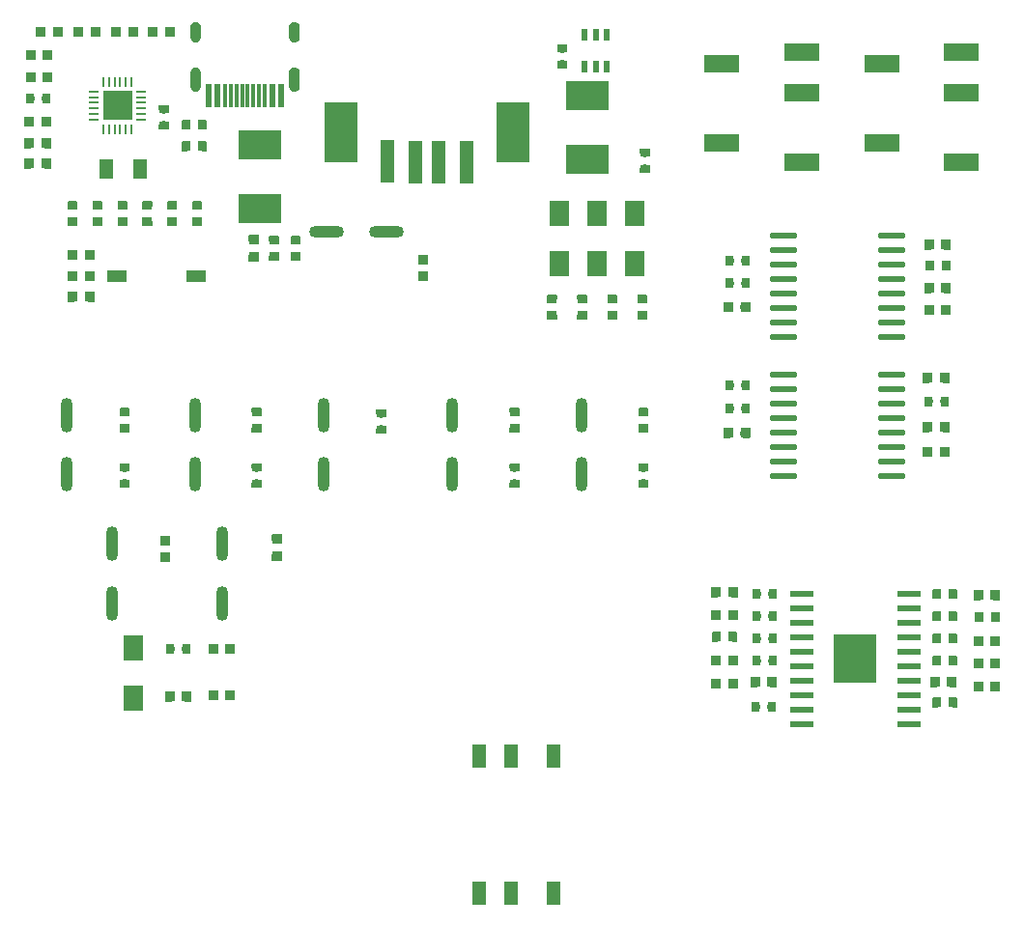
<source format=gtp>
G04*
G04 #@! TF.GenerationSoftware,Altium Limited,Altium Designer,20.2.6 (244)*
G04*
G04 Layer_Color=8421504*
%FSLAX24Y24*%
%MOIN*%
G70*
G04*
G04 #@! TF.SameCoordinates,F8AEF4A7-C5AA-40DC-9DAC-891B57281ED6*
G04*
G04*
G04 #@! TF.FilePolarity,Positive*
G04*
G01*
G75*
%ADD19R,0.0500X0.0800*%
%ADD20R,0.1200X0.0600*%
%ADD21R,0.0475X0.0670*%
%ADD22R,0.0354X0.0315*%
%ADD23R,0.0315X0.0354*%
%ADD24R,0.0318X0.0340*%
%ADD25O,0.0945X0.0226*%
%ADD26R,0.0472X0.1496*%
%ADD27R,0.1181X0.2087*%
%ADD28R,0.0320X0.0320*%
%ADD29R,0.0669X0.0860*%
%ADD30O,0.0400X0.1200*%
%ADD31R,0.1004X0.1004*%
%ADD32R,0.0110X0.0350*%
%ADD33R,0.0350X0.0110*%
%ADD34R,0.0340X0.0318*%
%ADD35R,0.1496X0.0984*%
%ADD36R,0.0236X0.0800*%
%ADD37R,0.0118X0.0800*%
%ADD38O,0.1200X0.0400*%
%ADD39R,0.0700X0.0400*%
%ADD40R,0.0217X0.0394*%
%ADD41R,0.1500X0.1701*%
%ADD42R,0.0787X0.0236*%
G36*
X28870Y34927D02*
Y34729D01*
X28754Y34621D01*
X28646D01*
X28530Y34729D01*
Y34927D01*
X28555Y34952D01*
X28845D01*
X28870Y34927D01*
D02*
G37*
G36*
Y34265D02*
Y34066D01*
X28845Y34041D01*
X28555D01*
X28530Y34066D01*
Y34265D01*
X28646Y34373D01*
X28754D01*
X28870Y34265D01*
D02*
G37*
G36*
X31105Y31195D02*
Y30905D01*
X31080Y30880D01*
X30882D01*
X30774Y30996D01*
Y31104D01*
X30882Y31220D01*
X31080D01*
X31105Y31195D01*
D02*
G37*
G36*
X30526Y31104D02*
Y30996D01*
X30418Y30880D01*
X30220D01*
X30195Y30905D01*
Y31195D01*
X30220Y31220D01*
X30418D01*
X30526Y31104D01*
D02*
G37*
G36*
X29574Y31195D02*
Y30905D01*
X29549Y30880D01*
X29433D01*
X29274Y30996D01*
Y31104D01*
X29433Y31220D01*
X29549D01*
X29574Y31195D01*
D02*
G37*
G36*
X29026Y31104D02*
Y30996D01*
X28867Y30880D01*
X28751D01*
X28726Y30905D01*
Y31195D01*
X28751Y31220D01*
X28867D01*
X29026Y31104D01*
D02*
G37*
G36*
X31105Y29595D02*
Y29305D01*
X31080Y29280D01*
X30882D01*
X30774Y29396D01*
Y29504D01*
X30882Y29620D01*
X31080D01*
X31105Y29595D01*
D02*
G37*
G36*
X30526Y29504D02*
Y29396D01*
X30418Y29280D01*
X30220D01*
X30195Y29305D01*
Y29595D01*
X30220Y29620D01*
X30418D01*
X30526Y29504D01*
D02*
G37*
G36*
X29605Y29545D02*
Y29255D01*
X29580Y29230D01*
X29382D01*
X29274Y29346D01*
Y29454D01*
X29382Y29570D01*
X29580D01*
X29605Y29545D01*
D02*
G37*
G36*
X29026Y29454D02*
Y29346D01*
X28918Y29230D01*
X28720D01*
X28695Y29255D01*
Y29545D01*
X28720Y29570D01*
X28918D01*
X29026Y29454D01*
D02*
G37*
G36*
X26252Y44795D02*
Y44505D01*
X26227Y44480D01*
X26029D01*
X25921Y44596D01*
Y44704D01*
X26029Y44820D01*
X26227D01*
X26252Y44795D01*
D02*
G37*
G36*
X25673Y44704D02*
Y44596D01*
X25565Y44480D01*
X25366D01*
X25341Y44505D01*
Y44795D01*
X25366Y44820D01*
X25565D01*
X25673Y44704D01*
D02*
G37*
G36*
X26252Y44070D02*
Y43780D01*
X26227Y43755D01*
X26029D01*
X25921Y43871D01*
Y43979D01*
X26029Y44095D01*
X26227D01*
X26252Y44070D01*
D02*
G37*
G36*
X25673Y43979D02*
Y43871D01*
X25565Y43755D01*
X25366D01*
X25341Y43780D01*
Y44070D01*
X25366Y44095D01*
X25565D01*
X25673Y43979D01*
D02*
G37*
G36*
X26252Y43345D02*
Y43055D01*
X26227Y43030D01*
X26029D01*
X25921Y43146D01*
Y43254D01*
X26029Y43370D01*
X26227D01*
X26252Y43345D01*
D02*
G37*
G36*
X25673Y43254D02*
Y43146D01*
X25565Y43030D01*
X25366D01*
X25341Y43055D01*
Y43345D01*
X25366Y43370D01*
X25565D01*
X25673Y43254D01*
D02*
G37*
G36*
X27470Y39349D02*
Y39233D01*
X27354Y39074D01*
X27246D01*
X27130Y39233D01*
Y39349D01*
X27155Y39374D01*
X27445D01*
X27470Y39349D01*
D02*
G37*
G36*
Y38667D02*
Y38551D01*
X27445Y38526D01*
X27155D01*
X27130Y38551D01*
Y38667D01*
X27246Y38826D01*
X27354D01*
X27470Y38667D01*
D02*
G37*
G36*
Y37426D02*
Y37310D01*
X27354Y37151D01*
X27246D01*
X27130Y37310D01*
Y37426D01*
X27155Y37452D01*
X27445D01*
X27470Y37426D01*
D02*
G37*
G36*
Y36745D02*
Y36628D01*
X27445Y36603D01*
X27155D01*
X27130Y36628D01*
Y36745D01*
X27246Y36903D01*
X27354D01*
X27470Y36745D01*
D02*
G37*
G36*
X32604Y34426D02*
X32496D01*
X32380Y34318D01*
Y34120D01*
X32405Y34095D01*
X32695D01*
X32720Y34120D01*
Y34318D01*
X32604Y34426D01*
D02*
G37*
G36*
Y34674D02*
X32496D01*
X32380Y34782D01*
Y34980D01*
X32405Y35005D01*
X32695D01*
X32720Y34980D01*
Y34782D01*
X32604Y34674D01*
D02*
G37*
G36*
X31796Y36903D02*
X31904D01*
X32020Y36745D01*
Y36628D01*
X31995Y36603D01*
X31705D01*
X31680Y36628D01*
Y36745D01*
X31796Y36903D01*
D02*
G37*
G36*
Y37151D02*
X31904D01*
X32020Y37310D01*
Y37426D01*
X31995Y37452D01*
X31705D01*
X31680Y37426D01*
Y37310D01*
X31796Y37151D01*
D02*
G37*
G36*
X31904Y38829D02*
X31796D01*
X31680Y38670D01*
Y38554D01*
X31705Y38528D01*
X31995D01*
X32020Y38554D01*
Y38670D01*
X31904Y38829D01*
D02*
G37*
G36*
X36096Y38776D02*
X36204D01*
X36320Y38617D01*
Y38501D01*
X36295Y38476D01*
X36005D01*
X35980Y38501D01*
Y38617D01*
X36096Y38776D01*
D02*
G37*
G36*
X33370Y44592D02*
Y44475D01*
X33345Y44450D01*
X33055D01*
X33030Y44475D01*
Y44592D01*
X33146Y44750D01*
X33254D01*
X33370Y44592D01*
D02*
G37*
G36*
X32620D02*
Y44475D01*
X32595Y44450D01*
X32305D01*
X32280Y44475D01*
Y44592D01*
X32396Y44750D01*
X32504D01*
X32620Y44592D01*
D02*
G37*
G36*
X31920Y44643D02*
Y44444D01*
X31895Y44419D01*
X31605D01*
X31580Y44444D01*
Y44643D01*
X31696Y44751D01*
X31804D01*
X31920Y44643D01*
D02*
G37*
G36*
X32020Y39352D02*
Y39235D01*
X31904Y39077D01*
X31796D01*
X31680Y39235D01*
Y39352D01*
X31705Y39377D01*
X31995D01*
X32020Y39352D01*
D02*
G37*
G36*
X36320Y39299D02*
Y39183D01*
X36204Y39024D01*
X36096D01*
X35980Y39183D01*
Y39299D01*
X36005Y39324D01*
X36295D01*
X36320Y39299D01*
D02*
G37*
G36*
X37770Y44630D02*
Y44432D01*
X37654Y44324D01*
X37546D01*
X37430Y44432D01*
Y44630D01*
X37455Y44655D01*
X37745D01*
X37770Y44630D01*
D02*
G37*
G36*
Y43968D02*
Y43770D01*
X37745Y43745D01*
X37455D01*
X37430Y43770D01*
Y43968D01*
X37546Y44076D01*
X37654D01*
X37770Y43968D01*
D02*
G37*
G36*
X43254Y43249D02*
Y43133D01*
X43139Y42974D01*
X43030D01*
X42914Y43133D01*
Y43249D01*
X42939Y43274D01*
X43229D01*
X43254Y43249D01*
D02*
G37*
G36*
X42218D02*
Y43133D01*
X42102Y42974D01*
X41993D01*
X41878Y43133D01*
Y43249D01*
X41903Y43274D01*
X42193D01*
X42218Y43249D01*
D02*
G37*
G36*
X43254Y42567D02*
Y42451D01*
X43229Y42426D01*
X42939D01*
X42914Y42451D01*
Y42567D01*
X43030Y42726D01*
X43139D01*
X43254Y42567D01*
D02*
G37*
G36*
X42218D02*
Y42451D01*
X42193Y42426D01*
X41903D01*
X41878Y42451D01*
Y42567D01*
X41993Y42726D01*
X42102D01*
X42218Y42567D01*
D02*
G37*
G36*
X40920Y39352D02*
Y39235D01*
X40804Y39077D01*
X40696D01*
X40580Y39235D01*
Y39352D01*
X40605Y39377D01*
X40895D01*
X40920Y39352D01*
D02*
G37*
G36*
Y38670D02*
Y38554D01*
X40895Y38528D01*
X40605D01*
X40580Y38554D01*
Y38670D01*
X40696Y38829D01*
X40804D01*
X40920Y38670D01*
D02*
G37*
G36*
Y37426D02*
Y37310D01*
X40804Y37151D01*
X40696D01*
X40580Y37310D01*
Y37426D01*
X40605Y37452D01*
X40895D01*
X40920Y37426D01*
D02*
G37*
G36*
Y36745D02*
Y36628D01*
X40895Y36603D01*
X40605D01*
X40580Y36628D01*
Y36745D01*
X40696Y36903D01*
X40804D01*
X40920Y36745D01*
D02*
G37*
G36*
X29859Y52660D02*
X29914Y52606D01*
X29945Y52535D01*
X29946Y52496D01*
Y52181D01*
X29945Y52143D01*
X29914Y52072D01*
X29859Y52017D01*
X29788Y51988D01*
X29710D01*
X29639Y52017D01*
X29583Y52072D01*
X29553Y52143D01*
X29552Y52181D01*
X29552D01*
X29552Y52496D01*
X29553Y52535D01*
X29583Y52606D01*
X29639Y52660D01*
X29710Y52690D01*
X29788D01*
X29859Y52660D01*
D02*
G37*
G36*
X33261Y52661D02*
X33316Y52606D01*
X33347Y52535D01*
X33347Y52496D01*
Y52181D01*
X33347Y52143D01*
X33316Y52071D01*
X33261Y52017D01*
X33189Y51987D01*
X33112D01*
X33040Y52017D01*
X32985Y52071D01*
X32954Y52143D01*
X32954Y52181D01*
X32954D01*
X32954Y52496D01*
X32954Y52535D01*
X32985Y52606D01*
X33040Y52661D01*
X33112Y52690D01*
X33189D01*
X33261Y52661D01*
D02*
G37*
G36*
X42570Y51899D02*
Y51783D01*
X42454Y51624D01*
X42346D01*
X42230Y51783D01*
Y51899D01*
X42255Y51924D01*
X42545D01*
X42570Y51899D01*
D02*
G37*
G36*
X24805Y51695D02*
Y51405D01*
X24780Y51380D01*
X24582D01*
X24474Y51496D01*
Y51604D01*
X24582Y51720D01*
X24780D01*
X24805Y51695D01*
D02*
G37*
G36*
X24226Y51604D02*
Y51496D01*
X24118Y51380D01*
X23920D01*
X23895Y51405D01*
Y51695D01*
X23920Y51720D01*
X24118D01*
X24226Y51604D01*
D02*
G37*
G36*
X42570Y51217D02*
Y51101D01*
X42545Y51076D01*
X42255D01*
X42230Y51101D01*
Y51217D01*
X42346Y51376D01*
X42454D01*
X42570Y51217D01*
D02*
G37*
G36*
X24805Y50925D02*
Y50635D01*
X24780Y50610D01*
X24582D01*
X24474Y50726D01*
Y50834D01*
X24582Y50950D01*
X24780D01*
X24805Y50925D01*
D02*
G37*
G36*
X24226Y50834D02*
Y50726D01*
X24118Y50610D01*
X23920D01*
X23895Y50635D01*
Y50925D01*
X23920Y50950D01*
X24118D01*
X24226Y50834D01*
D02*
G37*
G36*
X29859Y51086D02*
X29914Y51031D01*
X29945Y50960D01*
X29946Y50922D01*
Y50489D01*
X29945Y50450D01*
X29914Y50379D01*
X29859Y50324D01*
X29788Y50295D01*
X29710D01*
X29639Y50324D01*
X29583Y50379D01*
X29553Y50450D01*
X29552Y50489D01*
X29552D01*
X29552Y50922D01*
X29553Y50960D01*
X29583Y51031D01*
X29639Y51086D01*
X29710Y51115D01*
X29788D01*
X29859Y51086D01*
D02*
G37*
G36*
X33262Y51088D02*
X33317Y51033D01*
X33347Y50961D01*
Y50922D01*
Y50489D01*
Y50449D01*
X33317Y50377D01*
X33262Y50322D01*
X33190Y50292D01*
X33111D01*
X33039Y50322D01*
X32983Y50377D01*
X32954Y50449D01*
Y50489D01*
Y50922D01*
Y50961D01*
X32983Y51033D01*
X33039Y51088D01*
X33111Y51118D01*
X33190D01*
X33262Y51088D01*
D02*
G37*
G36*
X24746Y50196D02*
Y49907D01*
X24721Y49882D01*
X24605D01*
X24446Y49997D01*
Y50106D01*
X24605Y50222D01*
X24721D01*
X24746Y50196D01*
D02*
G37*
G36*
X24198Y50106D02*
Y49997D01*
X24039Y49882D01*
X23923D01*
X23898Y49907D01*
Y50196D01*
X23923Y50222D01*
X24039D01*
X24198Y50106D01*
D02*
G37*
G36*
X28820Y49799D02*
Y49683D01*
X28704Y49524D01*
X28596D01*
X28480Y49683D01*
Y49799D01*
X28505Y49824D01*
X28795D01*
X28820Y49799D01*
D02*
G37*
G36*
X24755Y49395D02*
Y49105D01*
X24730Y49080D01*
X24532D01*
X24424Y49196D01*
Y49304D01*
X24532Y49420D01*
X24730D01*
X24755Y49395D01*
D02*
G37*
G36*
X24176Y49304D02*
Y49196D01*
X24068Y49080D01*
X23870D01*
X23845Y49105D01*
Y49395D01*
X23870Y49420D01*
X24068D01*
X24176Y49304D01*
D02*
G37*
G36*
X30124Y49295D02*
Y49005D01*
X30099Y48980D01*
X29983D01*
X29824Y49096D01*
Y49204D01*
X29983Y49320D01*
X30099D01*
X30124Y49295D01*
D02*
G37*
G36*
X29576Y49204D02*
Y49096D01*
X29417Y48980D01*
X29301D01*
X29276Y49005D01*
Y49295D01*
X29301Y49320D01*
X29417D01*
X29576Y49204D01*
D02*
G37*
G36*
X28820Y49117D02*
Y49001D01*
X28795Y48976D01*
X28505D01*
X28480Y49001D01*
Y49117D01*
X28596Y49276D01*
X28704D01*
X28820Y49117D01*
D02*
G37*
G36*
X24755Y48645D02*
Y48355D01*
X24730Y48330D01*
X24532D01*
X24424Y48446D01*
Y48554D01*
X24532Y48670D01*
X24730D01*
X24755Y48645D01*
D02*
G37*
G36*
X24176Y48554D02*
Y48446D01*
X24068Y48330D01*
X23870D01*
X23845Y48355D01*
Y48645D01*
X23870Y48670D01*
X24068D01*
X24176Y48554D01*
D02*
G37*
G36*
X30124Y48545D02*
Y48255D01*
X30099Y48230D01*
X29983D01*
X29824Y48346D01*
Y48454D01*
X29983Y48570D01*
X30099D01*
X30124Y48545D01*
D02*
G37*
G36*
X29576Y48454D02*
Y48346D01*
X29417Y48230D01*
X29301D01*
X29276Y48255D01*
Y48545D01*
X29301Y48570D01*
X29417D01*
X29576Y48454D01*
D02*
G37*
G36*
X24752Y47945D02*
Y47655D01*
X24727Y47630D01*
X24529D01*
X24421Y47746D01*
Y47854D01*
X24529Y47970D01*
X24727D01*
X24752Y47945D01*
D02*
G37*
G36*
X24173Y47854D02*
Y47746D01*
X24065Y47630D01*
X23866D01*
X23841Y47655D01*
Y47945D01*
X23866Y47970D01*
X24065D01*
X24173Y47854D01*
D02*
G37*
G36*
X28070Y47919D02*
Y47328D01*
X28031Y47288D01*
X27634D01*
X27594Y47328D01*
Y47470D01*
X27634Y47509D01*
X27717D01*
X27756Y47549D01*
Y47698D01*
X27717Y47737D01*
X27634D01*
X27594Y47776D01*
Y47919D01*
X27634Y47958D01*
X28031D01*
X28070Y47919D01*
D02*
G37*
G36*
X26906D02*
Y47776D01*
X26866Y47737D01*
X26783D01*
X26744Y47698D01*
Y47549D01*
X26783Y47509D01*
X26866D01*
X26906Y47470D01*
Y47328D01*
X26866Y47288D01*
X26469D01*
X26430Y47328D01*
Y47919D01*
X26469Y47958D01*
X26866D01*
X26906Y47919D01*
D02*
G37*
G36*
X29970Y46474D02*
Y46357D01*
X29854Y46198D01*
X29746D01*
X29630Y46357D01*
Y46474D01*
X29655Y46499D01*
X29945D01*
X29970Y46474D01*
D02*
G37*
G36*
X29110D02*
Y46357D01*
X28994Y46198D01*
X28886D01*
X28770Y46357D01*
Y46474D01*
X28795Y46499D01*
X29085D01*
X29110Y46474D01*
D02*
G37*
G36*
X28250D02*
Y46357D01*
X28134Y46198D01*
X28026D01*
X27910Y46357D01*
Y46474D01*
X27935Y46499D01*
X28225D01*
X28250Y46474D01*
D02*
G37*
G36*
X27390D02*
Y46357D01*
X27274Y46198D01*
X27166D01*
X27050Y46357D01*
Y46474D01*
X27075Y46499D01*
X27365D01*
X27390Y46474D01*
D02*
G37*
G36*
X26530D02*
Y46357D01*
X26414Y46198D01*
X26306D01*
X26190Y46357D01*
Y46474D01*
X26215Y46499D01*
X26505D01*
X26530Y46474D01*
D02*
G37*
G36*
X25670D02*
Y46357D01*
X25554Y46198D01*
X25446D01*
X25330Y46357D01*
Y46474D01*
X25355Y46499D01*
X25645D01*
X25670Y46474D01*
D02*
G37*
G36*
X29970Y45792D02*
Y45675D01*
X29945Y45650D01*
X29655D01*
X29630Y45675D01*
Y45792D01*
X29746Y45950D01*
X29854D01*
X29970Y45792D01*
D02*
G37*
G36*
X29110D02*
Y45675D01*
X29085Y45650D01*
X28795D01*
X28770Y45675D01*
Y45792D01*
X28886Y45950D01*
X28994D01*
X29110Y45792D01*
D02*
G37*
G36*
X28250D02*
Y45675D01*
X28225Y45650D01*
X27935D01*
X27910Y45675D01*
Y45792D01*
X28026Y45950D01*
X28134D01*
X28250Y45792D01*
D02*
G37*
G36*
X27390D02*
Y45675D01*
X27365Y45650D01*
X27075D01*
X27050Y45675D01*
Y45792D01*
X27166Y45950D01*
X27274D01*
X27390Y45792D01*
D02*
G37*
G36*
X26530D02*
Y45675D01*
X26505Y45650D01*
X26215D01*
X26190Y45675D01*
Y45792D01*
X26306Y45950D01*
X26414D01*
X26530Y45792D01*
D02*
G37*
G36*
X25670D02*
Y45675D01*
X25645Y45650D01*
X25355D01*
X25330Y45675D01*
Y45792D01*
X25446Y45950D01*
X25554D01*
X25670Y45792D01*
D02*
G37*
G36*
X31920Y45305D02*
Y45107D01*
X31804Y44999D01*
X31696D01*
X31580Y45107D01*
Y45305D01*
X31605Y45330D01*
X31895D01*
X31920Y45305D01*
D02*
G37*
G36*
X33370Y45274D02*
Y45157D01*
X33254Y44998D01*
X33146D01*
X33030Y45157D01*
Y45274D01*
X33055Y45299D01*
X33345D01*
X33370Y45274D01*
D02*
G37*
G36*
X32620D02*
Y45157D01*
X32504Y44998D01*
X32396D01*
X32280Y45157D01*
Y45274D01*
X32305Y45299D01*
X32595D01*
X32620Y45274D01*
D02*
G37*
G36*
X45420Y48299D02*
Y48183D01*
X45304Y48024D01*
X45196D01*
X45080Y48183D01*
Y48299D01*
X45105Y48324D01*
X45395D01*
X45420Y48299D01*
D02*
G37*
G36*
Y47617D02*
Y47501D01*
X45395Y47476D01*
X45105D01*
X45080Y47501D01*
Y47617D01*
X45196Y47776D01*
X45304D01*
X45420Y47617D01*
D02*
G37*
G36*
X55805Y45145D02*
Y44855D01*
X55780Y44830D01*
X55582D01*
X55474Y44946D01*
Y45054D01*
X55582Y45170D01*
X55780D01*
X55805Y45145D01*
D02*
G37*
G36*
X55226Y45054D02*
Y44946D01*
X55118Y44830D01*
X54920D01*
X54895Y44855D01*
Y45145D01*
X54920Y45170D01*
X55118D01*
X55226Y45054D01*
D02*
G37*
G36*
X48874Y44595D02*
Y44305D01*
X48849Y44280D01*
X48733D01*
X48574Y44396D01*
Y44504D01*
X48733Y44620D01*
X48849D01*
X48874Y44595D01*
D02*
G37*
G36*
X48326Y44504D02*
Y44396D01*
X48167Y44280D01*
X48051D01*
X48026Y44305D01*
Y44595D01*
X48051Y44620D01*
X48167D01*
X48326Y44504D01*
D02*
G37*
G36*
X55796Y44436D02*
Y44147D01*
X55771Y44122D01*
X55655D01*
X55496Y44237D01*
Y44346D01*
X55655Y44462D01*
X55771D01*
X55796Y44436D01*
D02*
G37*
G36*
X55248Y44346D02*
Y44237D01*
X55089Y44122D01*
X54973D01*
X54948Y44147D01*
Y44436D01*
X54973Y44462D01*
X55089D01*
X55248Y44346D01*
D02*
G37*
G36*
X48868Y43817D02*
Y43527D01*
X48843Y43502D01*
X48727D01*
X48568Y43617D01*
Y43726D01*
X48727Y43842D01*
X48843D01*
X48868Y43817D01*
D02*
G37*
G36*
X48320Y43726D02*
Y43617D01*
X48161Y43502D01*
X48045D01*
X48020Y43527D01*
Y43817D01*
X48045Y43842D01*
X48161D01*
X48320Y43726D01*
D02*
G37*
G36*
X55805Y43645D02*
Y43355D01*
X55780Y43330D01*
X55582D01*
X55474Y43446D01*
Y43554D01*
X55582Y43670D01*
X55780D01*
X55805Y43645D01*
D02*
G37*
G36*
X55226Y43554D02*
Y43446D01*
X55118Y43330D01*
X54920D01*
X54895Y43355D01*
Y43645D01*
X54920Y43670D01*
X55118D01*
X55226Y43554D01*
D02*
G37*
G36*
X45327Y43249D02*
Y43133D01*
X45212Y42974D01*
X45103D01*
X44987Y43133D01*
Y43249D01*
X45012Y43274D01*
X45302D01*
X45327Y43249D01*
D02*
G37*
G36*
X44291D02*
Y43133D01*
X44175Y42974D01*
X44066D01*
X43951Y43133D01*
Y43249D01*
X43976Y43274D01*
X44266D01*
X44291Y43249D01*
D02*
G37*
G36*
X48877Y42995D02*
Y42705D01*
X48852Y42680D01*
X48654D01*
X48546Y42796D01*
Y42904D01*
X48654Y43020D01*
X48852D01*
X48877Y42995D01*
D02*
G37*
G36*
X48298Y42904D02*
Y42796D01*
X48190Y42680D01*
X47992D01*
X47967Y42705D01*
Y42995D01*
X47992Y43020D01*
X48190D01*
X48298Y42904D01*
D02*
G37*
G36*
X55805Y42895D02*
Y42605D01*
X55780Y42580D01*
X55582D01*
X55474Y42696D01*
Y42804D01*
X55582Y42920D01*
X55780D01*
X55805Y42895D01*
D02*
G37*
G36*
X55226Y42804D02*
Y42696D01*
X55118Y42580D01*
X54920D01*
X54895Y42605D01*
Y42895D01*
X54920Y42920D01*
X55118D01*
X55226Y42804D01*
D02*
G37*
G36*
X45327Y42567D02*
Y42451D01*
X45302Y42426D01*
X45012D01*
X44987Y42451D01*
Y42567D01*
X45103Y42726D01*
X45212D01*
X45327Y42567D01*
D02*
G37*
G36*
X44291D02*
Y42451D01*
X44266Y42426D01*
X43976D01*
X43951Y42451D01*
Y42567D01*
X44066Y42726D01*
X44175D01*
X44291Y42567D01*
D02*
G37*
G36*
X55755Y40545D02*
Y40255D01*
X55730Y40230D01*
X55532D01*
X55424Y40346D01*
Y40454D01*
X55532Y40570D01*
X55730D01*
X55755Y40545D01*
D02*
G37*
G36*
X55176Y40454D02*
Y40346D01*
X55068Y40230D01*
X54870D01*
X54845Y40255D01*
Y40545D01*
X54870Y40570D01*
X55068D01*
X55176Y40454D01*
D02*
G37*
G36*
X48874Y40295D02*
Y40005D01*
X48849Y39980D01*
X48733D01*
X48574Y40096D01*
Y40204D01*
X48733Y40320D01*
X48849D01*
X48874Y40295D01*
D02*
G37*
G36*
X48326Y40204D02*
Y40096D01*
X48167Y39980D01*
X48051D01*
X48026Y40005D01*
Y40295D01*
X48051Y40320D01*
X48167D01*
X48326Y40204D01*
D02*
G37*
G36*
X55746Y39736D02*
Y39447D01*
X55721Y39422D01*
X55605D01*
X55446Y39537D01*
Y39646D01*
X55605Y39762D01*
X55721D01*
X55746Y39736D01*
D02*
G37*
G36*
X55198Y39646D02*
Y39537D01*
X55039Y39422D01*
X54923D01*
X54898Y39447D01*
Y39736D01*
X54923Y39762D01*
X55039D01*
X55198Y39646D01*
D02*
G37*
G36*
X48868Y39492D02*
Y39202D01*
X48843Y39177D01*
X48727D01*
X48568Y39292D01*
Y39401D01*
X48727Y39517D01*
X48843D01*
X48868Y39492D01*
D02*
G37*
G36*
X48320Y39401D02*
Y39292D01*
X48161Y39177D01*
X48045D01*
X48020Y39202D01*
Y39492D01*
X48045Y39517D01*
X48161D01*
X48320Y39401D01*
D02*
G37*
G36*
X45370Y39352D02*
Y39235D01*
X45254Y39077D01*
X45146D01*
X45030Y39235D01*
Y39352D01*
X45055Y39377D01*
X45345D01*
X45370Y39352D01*
D02*
G37*
G36*
X55755Y38845D02*
Y38555D01*
X55730Y38530D01*
X55532D01*
X55424Y38646D01*
Y38754D01*
X55532Y38870D01*
X55730D01*
X55755Y38845D01*
D02*
G37*
G36*
X55176Y38754D02*
Y38646D01*
X55068Y38530D01*
X54870D01*
X54845Y38555D01*
Y38845D01*
X54870Y38870D01*
X55068D01*
X55176Y38754D01*
D02*
G37*
G36*
X45370Y38670D02*
Y38554D01*
X45345Y38528D01*
X45055D01*
X45030Y38554D01*
Y38670D01*
X45146Y38829D01*
X45254D01*
X45370Y38670D01*
D02*
G37*
G36*
X48877Y38645D02*
Y38355D01*
X48852Y38330D01*
X48654D01*
X48546Y38446D01*
Y38554D01*
X48654Y38670D01*
X48852D01*
X48877Y38645D01*
D02*
G37*
G36*
X48298Y38554D02*
Y38446D01*
X48190Y38330D01*
X47992D01*
X47967Y38355D01*
Y38645D01*
X47992Y38670D01*
X48190D01*
X48298Y38554D01*
D02*
G37*
G36*
X55759Y37995D02*
Y37705D01*
X55734Y37680D01*
X55535D01*
X55427Y37796D01*
Y37904D01*
X55535Y38020D01*
X55734D01*
X55759Y37995D01*
D02*
G37*
G36*
X55179Y37904D02*
Y37796D01*
X55071Y37680D01*
X54873D01*
X54848Y37705D01*
Y37995D01*
X54873Y38020D01*
X55071D01*
X55179Y37904D01*
D02*
G37*
G36*
X45370Y37426D02*
Y37310D01*
X45254Y37151D01*
X45146D01*
X45030Y37310D01*
Y37426D01*
X45055Y37452D01*
X45345D01*
X45370Y37426D01*
D02*
G37*
G36*
Y36745D02*
Y36628D01*
X45345Y36603D01*
X45055D01*
X45030Y36628D01*
Y36745D01*
X45146Y36903D01*
X45254D01*
X45370Y36745D01*
D02*
G37*
G36*
X48455Y33145D02*
Y32855D01*
X48430Y32830D01*
X48232D01*
X48124Y32946D01*
Y33054D01*
X48232Y33170D01*
X48430D01*
X48455Y33145D01*
D02*
G37*
G36*
X47876Y33054D02*
Y32946D01*
X47768Y32830D01*
X47570D01*
X47545Y32855D01*
Y33145D01*
X47570Y33170D01*
X47768D01*
X47876Y33054D01*
D02*
G37*
G36*
X56022Y33097D02*
Y32807D01*
X55996Y32782D01*
X55880D01*
X55721Y32898D01*
Y33007D01*
X55880Y33122D01*
X55996D01*
X56022Y33097D01*
D02*
G37*
G36*
X55473Y33007D02*
Y32898D01*
X55315Y32782D01*
X55198D01*
X55173Y32807D01*
Y33097D01*
X55198Y33122D01*
X55315D01*
X55473Y33007D01*
D02*
G37*
G36*
X49802Y33095D02*
Y32805D01*
X49777Y32780D01*
X49661D01*
X49502Y32896D01*
Y33004D01*
X49661Y33120D01*
X49777D01*
X49802Y33095D01*
D02*
G37*
G36*
X49254Y33004D02*
Y32896D01*
X49095Y32780D01*
X48979D01*
X48954Y32805D01*
Y33095D01*
X48979Y33120D01*
X49095D01*
X49254Y33004D01*
D02*
G37*
G36*
X57505Y33045D02*
Y32755D01*
X57480Y32730D01*
X57282D01*
X57174Y32846D01*
Y32954D01*
X57282Y33070D01*
X57480D01*
X57505Y33045D01*
D02*
G37*
G36*
X56926Y32954D02*
Y32846D01*
X56818Y32730D01*
X56620D01*
X56595Y32755D01*
Y33045D01*
X56620Y33070D01*
X56818D01*
X56926Y32954D01*
D02*
G37*
G36*
X48455Y32357D02*
Y32068D01*
X48430Y32042D01*
X48232D01*
X48124Y32158D01*
Y32267D01*
X48232Y32383D01*
X48430D01*
X48455Y32357D01*
D02*
G37*
G36*
X47876Y32267D02*
Y32158D01*
X47768Y32042D01*
X47570D01*
X47545Y32068D01*
Y32357D01*
X47570Y32383D01*
X47768D01*
X47876Y32267D01*
D02*
G37*
G36*
X56022Y32325D02*
Y32035D01*
X55996Y32010D01*
X55880D01*
X55721Y32126D01*
Y32235D01*
X55880Y32350D01*
X55996D01*
X56022Y32325D01*
D02*
G37*
G36*
X55473Y32235D02*
Y32126D01*
X55315Y32010D01*
X55198D01*
X55173Y32035D01*
Y32325D01*
X55198Y32350D01*
X55315D01*
X55473Y32235D01*
D02*
G37*
G36*
X49802Y32323D02*
Y32033D01*
X49777Y32008D01*
X49661D01*
X49502Y32124D01*
Y32233D01*
X49661Y32348D01*
X49777D01*
X49802Y32323D01*
D02*
G37*
G36*
X49254Y32233D02*
Y32124D01*
X49095Y32008D01*
X48979D01*
X48954Y32033D01*
Y32323D01*
X48979Y32348D01*
X49095D01*
X49254Y32233D01*
D02*
G37*
G36*
X57496Y32299D02*
Y32009D01*
X57471Y31984D01*
X57355D01*
X57196Y32100D01*
Y32209D01*
X57355Y32324D01*
X57471D01*
X57496Y32299D01*
D02*
G37*
G36*
X56948Y32209D02*
Y32100D01*
X56789Y31984D01*
X56673D01*
X56648Y32009D01*
Y32299D01*
X56673Y32324D01*
X56789D01*
X56948Y32209D01*
D02*
G37*
G36*
X48424Y31611D02*
Y31322D01*
X48399Y31297D01*
X48283D01*
X48124Y31412D01*
Y31521D01*
X48283Y31637D01*
X48399D01*
X48424Y31611D01*
D02*
G37*
G36*
X47876Y31521D02*
Y31412D01*
X47717Y31297D01*
X47601D01*
X47576Y31322D01*
Y31611D01*
X47601Y31637D01*
X47717D01*
X47876Y31521D01*
D02*
G37*
G36*
X56022Y31553D02*
Y31264D01*
X55996Y31239D01*
X55880D01*
X55721Y31354D01*
Y31463D01*
X55880Y31579D01*
X55996D01*
X56022Y31553D01*
D02*
G37*
G36*
X55473Y31463D02*
Y31354D01*
X55315Y31239D01*
X55198D01*
X55173Y31264D01*
Y31553D01*
X55198Y31579D01*
X55315D01*
X55473Y31463D01*
D02*
G37*
G36*
X49802Y31551D02*
Y31262D01*
X49777Y31236D01*
X49661D01*
X49502Y31352D01*
Y31461D01*
X49661Y31577D01*
X49777D01*
X49802Y31551D01*
D02*
G37*
G36*
X49254Y31461D02*
Y31352D01*
X49095Y31236D01*
X48979D01*
X48954Y31262D01*
Y31551D01*
X48979Y31577D01*
X49095D01*
X49254Y31461D01*
D02*
G37*
G36*
X57505Y31470D02*
Y31180D01*
X57480Y31155D01*
X57282D01*
X57174Y31271D01*
Y31379D01*
X57282Y31495D01*
X57480D01*
X57505Y31470D01*
D02*
G37*
G36*
X56926Y31379D02*
Y31271D01*
X56818Y31155D01*
X56620D01*
X56595Y31180D01*
Y31470D01*
X56620Y31495D01*
X56818D01*
X56926Y31379D01*
D02*
G37*
G36*
X48455Y30782D02*
Y30493D01*
X48430Y30467D01*
X48232D01*
X48124Y30583D01*
Y30692D01*
X48232Y30808D01*
X48430D01*
X48455Y30782D01*
D02*
G37*
G36*
X47876Y30692D02*
Y30583D01*
X47768Y30467D01*
X47570D01*
X47545Y30493D01*
Y30782D01*
X47570Y30808D01*
X47768D01*
X47876Y30692D01*
D02*
G37*
G36*
X56022Y30782D02*
Y30492D01*
X55996Y30467D01*
X55880D01*
X55721Y30582D01*
Y30691D01*
X55880Y30807D01*
X55996D01*
X56022Y30782D01*
D02*
G37*
G36*
X55473Y30691D02*
Y30582D01*
X55315Y30467D01*
X55198D01*
X55173Y30492D01*
Y30782D01*
X55198Y30807D01*
X55315D01*
X55473Y30691D01*
D02*
G37*
G36*
X49802Y30780D02*
Y30490D01*
X49777Y30465D01*
X49661D01*
X49502Y30580D01*
Y30689D01*
X49661Y30805D01*
X49777D01*
X49802Y30780D01*
D02*
G37*
G36*
X49254Y30689D02*
Y30580D01*
X49095Y30465D01*
X48979D01*
X48954Y30490D01*
Y30780D01*
X48979Y30805D01*
X49095D01*
X49254Y30689D01*
D02*
G37*
G36*
X57505Y30682D02*
Y30393D01*
X57480Y30367D01*
X57282D01*
X57174Y30483D01*
Y30592D01*
X57282Y30708D01*
X57480D01*
X57505Y30682D01*
D02*
G37*
G36*
X56926Y30592D02*
Y30483D01*
X56818Y30367D01*
X56620D01*
X56595Y30393D01*
Y30682D01*
X56620Y30708D01*
X56818D01*
X56926Y30592D01*
D02*
G37*
G36*
X56005Y30045D02*
Y29755D01*
X55980Y29730D01*
X55782D01*
X55674Y29846D01*
Y29954D01*
X55782Y30070D01*
X55980D01*
X56005Y30045D01*
D02*
G37*
G36*
X55426Y29954D02*
Y29846D01*
X55318Y29730D01*
X55120D01*
X55095Y29755D01*
Y30045D01*
X55120Y30070D01*
X55318D01*
X55426Y29954D01*
D02*
G37*
G36*
X49805Y30045D02*
Y29755D01*
X49780Y29730D01*
X49582D01*
X49474Y29846D01*
Y29954D01*
X49582Y30070D01*
X49780D01*
X49805Y30045D01*
D02*
G37*
G36*
X49226Y29954D02*
Y29846D01*
X49118Y29730D01*
X48920D01*
X48895Y29755D01*
Y30045D01*
X48920Y30070D01*
X49118D01*
X49226Y29954D01*
D02*
G37*
G36*
X48455Y29995D02*
Y29705D01*
X48430Y29680D01*
X48232D01*
X48124Y29796D01*
Y29904D01*
X48232Y30020D01*
X48430D01*
X48455Y29995D01*
D02*
G37*
G36*
X47876Y29904D02*
Y29796D01*
X47768Y29680D01*
X47570D01*
X47545Y29705D01*
Y29995D01*
X47570Y30020D01*
X47768D01*
X47876Y29904D01*
D02*
G37*
G36*
X57505Y29895D02*
Y29605D01*
X57480Y29580D01*
X57282D01*
X57174Y29696D01*
Y29804D01*
X57282Y29920D01*
X57480D01*
X57505Y29895D01*
D02*
G37*
G36*
X56926Y29804D02*
Y29696D01*
X56818Y29580D01*
X56620D01*
X56595Y29605D01*
Y29895D01*
X56620Y29920D01*
X56818D01*
X56926Y29804D01*
D02*
G37*
G36*
X56024Y29345D02*
Y29055D01*
X55999Y29030D01*
X55883D01*
X55724Y29146D01*
Y29254D01*
X55883Y29370D01*
X55999D01*
X56024Y29345D01*
D02*
G37*
G36*
X55476Y29254D02*
Y29146D01*
X55317Y29030D01*
X55201D01*
X55176Y29055D01*
Y29345D01*
X55201Y29370D01*
X55317D01*
X55476Y29254D01*
D02*
G37*
G36*
X49774Y29195D02*
Y28905D01*
X49749Y28880D01*
X49633D01*
X49474Y28996D01*
Y29104D01*
X49633Y29220D01*
X49749D01*
X49774Y29195D01*
D02*
G37*
G36*
X49226Y29104D02*
Y28996D01*
X49067Y28880D01*
X48951D01*
X48926Y28905D01*
Y29195D01*
X48951Y29220D01*
X49067D01*
X49226Y29104D01*
D02*
G37*
D19*
X39530Y22610D02*
D03*
X42090D02*
D03*
X40630D02*
D03*
X39530Y27350D02*
D03*
X42090D02*
D03*
X40630D02*
D03*
D20*
X56175Y51660D02*
D03*
X53425Y51260D02*
D03*
X56175Y50240D02*
D03*
Y47840D02*
D03*
X53425Y48510D02*
D03*
X47900D02*
D03*
X50650Y47840D02*
D03*
Y50240D02*
D03*
X47900Y51260D02*
D03*
X50650Y51660D02*
D03*
D21*
X27832Y47623D02*
D03*
X26668D02*
D03*
D22*
X28650Y49676D02*
D03*
Y49124D02*
D03*
X40750Y38677D02*
D03*
Y39228D02*
D03*
X27300Y38674D02*
D03*
Y39226D02*
D03*
X45200Y38677D02*
D03*
Y39228D02*
D03*
X42048Y43126D02*
D03*
Y42574D02*
D03*
X43084Y43126D02*
D03*
Y42574D02*
D03*
X36150Y39176D02*
D03*
Y38624D02*
D03*
X27220Y46350D02*
D03*
Y45799D02*
D03*
X28080Y46350D02*
D03*
Y45799D02*
D03*
X28940Y46350D02*
D03*
Y45799D02*
D03*
X29800Y46350D02*
D03*
Y45799D02*
D03*
X33200Y45150D02*
D03*
Y44599D02*
D03*
X32450Y45150D02*
D03*
Y44599D02*
D03*
X40750Y37303D02*
D03*
Y36752D02*
D03*
X26360Y46350D02*
D03*
Y45799D02*
D03*
X25500Y46350D02*
D03*
Y45799D02*
D03*
X31850Y38677D02*
D03*
Y39228D02*
D03*
Y37303D02*
D03*
Y36752D02*
D03*
X42400Y51224D02*
D03*
Y51776D02*
D03*
X45250Y48176D02*
D03*
Y47624D02*
D03*
X27300Y37303D02*
D03*
Y36752D02*
D03*
X45200Y37303D02*
D03*
Y36752D02*
D03*
X45157Y43126D02*
D03*
Y42574D02*
D03*
X44121Y43126D02*
D03*
Y42574D02*
D03*
D23*
X29976Y49150D02*
D03*
X29424D02*
D03*
X29976Y48400D02*
D03*
X29424D02*
D03*
X24046Y50052D02*
D03*
X24598D02*
D03*
X55597Y39592D02*
D03*
X55046D02*
D03*
X55096Y44292D02*
D03*
X55647D02*
D03*
X48168Y39347D02*
D03*
X48719D02*
D03*
X48726Y40150D02*
D03*
X48174D02*
D03*
X48168Y43672D02*
D03*
X48719D02*
D03*
X48726Y44450D02*
D03*
X48174D02*
D03*
X29426Y31050D02*
D03*
X28874D02*
D03*
X49102Y31406D02*
D03*
X49654D02*
D03*
X49102Y30635D02*
D03*
X49654D02*
D03*
X55873Y31409D02*
D03*
X55322D02*
D03*
X55873Y30637D02*
D03*
X55322D02*
D03*
X55873Y32180D02*
D03*
X55322D02*
D03*
X55873Y32952D02*
D03*
X55322D02*
D03*
X49102Y32950D02*
D03*
X49654D02*
D03*
X49102Y32178D02*
D03*
X49654D02*
D03*
X55324Y29200D02*
D03*
X55876D02*
D03*
X57347Y32154D02*
D03*
X56796D02*
D03*
X49626Y29050D02*
D03*
X49074D02*
D03*
X48276Y31467D02*
D03*
X47724D02*
D03*
D24*
X24053Y51550D02*
D03*
X24647D02*
D03*
X24053Y50780D02*
D03*
X24647D02*
D03*
X24597Y49250D02*
D03*
X24003D02*
D03*
X55600Y37850D02*
D03*
X55007D02*
D03*
X55597Y38700D02*
D03*
X55003D02*
D03*
Y40400D02*
D03*
X55597D02*
D03*
X55053Y42750D02*
D03*
X55647D02*
D03*
Y43500D02*
D03*
X55053D02*
D03*
Y45000D02*
D03*
X55647D02*
D03*
X48125Y38500D02*
D03*
X48719D02*
D03*
X48125Y42850D02*
D03*
X48719D02*
D03*
X30947Y29450D02*
D03*
X30353D02*
D03*
X30947Y31050D02*
D03*
X30353D02*
D03*
X28853Y29400D02*
D03*
X29447D02*
D03*
X24597Y48500D02*
D03*
X24003D02*
D03*
X26093Y44650D02*
D03*
X25500D02*
D03*
X26093Y43925D02*
D03*
X25500D02*
D03*
X24000Y47800D02*
D03*
X24593D02*
D03*
X26093Y43200D02*
D03*
X25500D02*
D03*
X56753Y32900D02*
D03*
X57347D02*
D03*
X47703Y33000D02*
D03*
X48297D02*
D03*
X56753Y31325D02*
D03*
X57347D02*
D03*
X47703Y32213D02*
D03*
X48297D02*
D03*
X55847Y29900D02*
D03*
X55253D02*
D03*
X49053D02*
D03*
X49647D02*
D03*
X47703Y30638D02*
D03*
X48297D02*
D03*
X57347Y30538D02*
D03*
X56753D02*
D03*
X48297Y29850D02*
D03*
X47703D02*
D03*
X56753Y29750D02*
D03*
X57347D02*
D03*
D25*
X53770Y37000D02*
D03*
Y37500D02*
D03*
Y38000D02*
D03*
Y38500D02*
D03*
Y39000D02*
D03*
Y39500D02*
D03*
Y40000D02*
D03*
Y40500D02*
D03*
X50030Y37000D02*
D03*
Y37500D02*
D03*
Y38000D02*
D03*
Y38500D02*
D03*
Y39000D02*
D03*
Y39500D02*
D03*
Y40000D02*
D03*
Y40500D02*
D03*
X53770Y41800D02*
D03*
Y42300D02*
D03*
Y42800D02*
D03*
Y43300D02*
D03*
Y43800D02*
D03*
Y44300D02*
D03*
Y44800D02*
D03*
Y45300D02*
D03*
X50030Y41800D02*
D03*
Y42300D02*
D03*
Y42800D02*
D03*
Y43300D02*
D03*
Y43800D02*
D03*
Y44300D02*
D03*
Y44800D02*
D03*
Y45300D02*
D03*
D26*
X36358Y47865D02*
D03*
X37342Y47864D02*
D03*
X38130D02*
D03*
X39114D02*
D03*
D27*
X40687Y48888D02*
D03*
X34781Y48888D02*
D03*
D28*
X28850Y52350D02*
D03*
X28250D02*
D03*
X27000D02*
D03*
X27600D02*
D03*
X25700D02*
D03*
X26300D02*
D03*
X24400D02*
D03*
X25000D02*
D03*
D29*
X27600Y31066D02*
D03*
Y29334D02*
D03*
X42300Y46066D02*
D03*
Y44334D02*
D03*
X43607D02*
D03*
Y46066D02*
D03*
X44900D02*
D03*
Y44334D02*
D03*
D30*
X25300Y39130D02*
D03*
Y37070D02*
D03*
X34175D02*
D03*
Y39130D02*
D03*
X30650Y34680D02*
D03*
Y32620D02*
D03*
X26850Y34680D02*
D03*
Y32620D02*
D03*
X38612Y37070D02*
D03*
Y39130D02*
D03*
X29738Y37070D02*
D03*
Y39130D02*
D03*
X43050D02*
D03*
Y37070D02*
D03*
D31*
X27050Y49800D02*
D03*
D32*
X26558Y50631D02*
D03*
X26755D02*
D03*
X26952D02*
D03*
X27148D02*
D03*
X27345D02*
D03*
X27542D02*
D03*
Y48969D02*
D03*
X27345D02*
D03*
X27148D02*
D03*
X26952D02*
D03*
X26755D02*
D03*
X26558D02*
D03*
D33*
X27881Y50292D02*
D03*
Y50095D02*
D03*
Y49898D02*
D03*
Y49702D02*
D03*
Y49505D02*
D03*
Y49308D02*
D03*
X26219D02*
D03*
Y49505D02*
D03*
Y49702D02*
D03*
Y49898D02*
D03*
Y50095D02*
D03*
Y50292D02*
D03*
D34*
X32550Y34847D02*
D03*
Y34253D02*
D03*
X28700Y34793D02*
D03*
Y34200D02*
D03*
X31750Y44578D02*
D03*
Y45171D02*
D03*
X37600Y43903D02*
D03*
Y44497D02*
D03*
D35*
X31950Y48452D02*
D03*
Y46248D02*
D03*
X43250Y50152D02*
D03*
Y47948D02*
D03*
D36*
X32710Y50161D02*
D03*
X30190D02*
D03*
X32395D02*
D03*
X30505D02*
D03*
D37*
X32139D02*
D03*
X31942D02*
D03*
X31745D02*
D03*
X31155D02*
D03*
X30958D02*
D03*
X30761D02*
D03*
X31548D02*
D03*
X31352D02*
D03*
D38*
X36330Y45450D02*
D03*
X34270D02*
D03*
D39*
X27022Y43900D02*
D03*
X29778D02*
D03*
D40*
X43176Y51149D02*
D03*
X43550D02*
D03*
X43924D02*
D03*
Y52251D02*
D03*
X43550D02*
D03*
X43176D02*
D03*
D41*
X52500Y30700D02*
D03*
D42*
X54350Y32950D02*
D03*
Y32450D02*
D03*
Y31950D02*
D03*
Y31450D02*
D03*
Y30950D02*
D03*
Y30450D02*
D03*
Y29950D02*
D03*
Y29450D02*
D03*
Y28950D02*
D03*
Y28450D02*
D03*
X50650Y28450D02*
D03*
Y28950D02*
D03*
Y29450D02*
D03*
Y29950D02*
D03*
Y30450D02*
D03*
Y30950D02*
D03*
Y31450D02*
D03*
Y31950D02*
D03*
Y32450D02*
D03*
Y32950D02*
D03*
M02*

</source>
